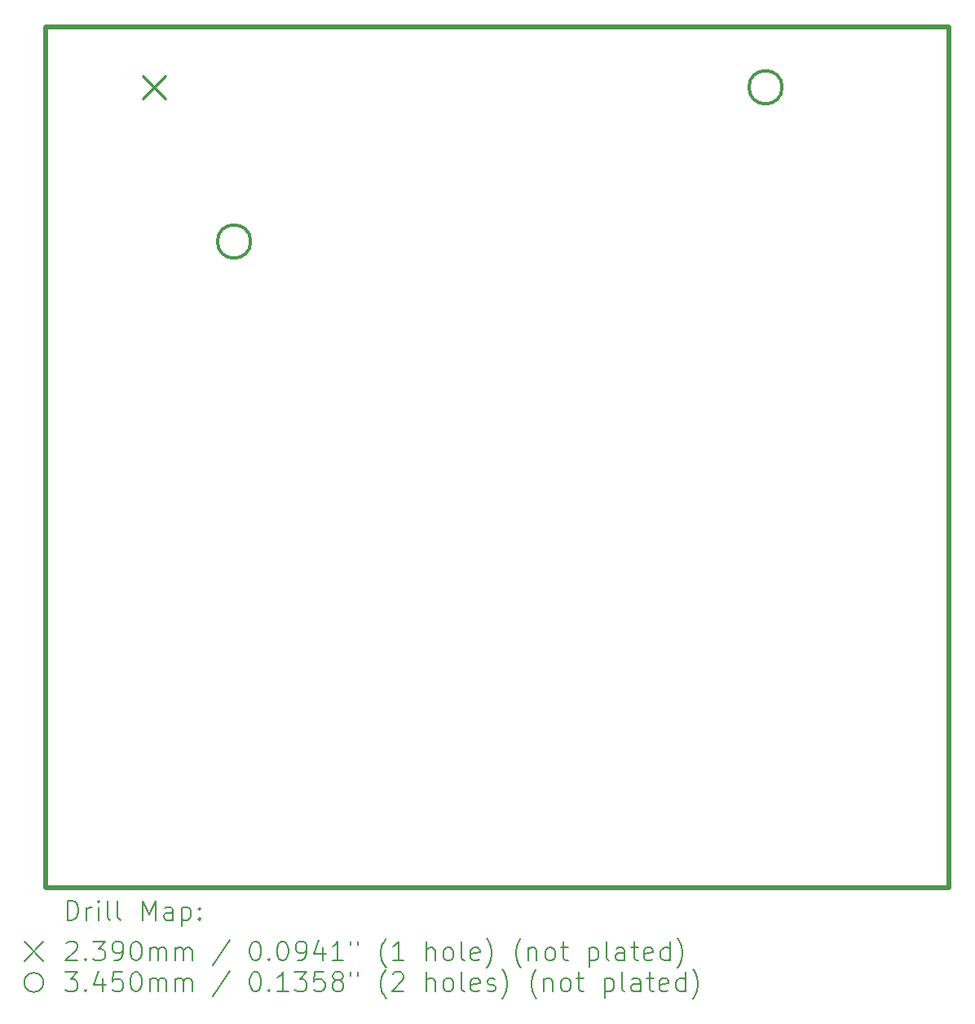
<source format=gbr>
%TF.GenerationSoftware,KiCad,Pcbnew,7.0.1*%
%TF.CreationDate,2023-05-16T20:26:10-05:00*%
%TF.ProjectId,SeneCurrent,53656e65-4375-4727-9265-6e742e6b6963,rev?*%
%TF.SameCoordinates,Original*%
%TF.FileFunction,Drillmap*%
%TF.FilePolarity,Positive*%
%FSLAX45Y45*%
G04 Gerber Fmt 4.5, Leading zero omitted, Abs format (unit mm)*
G04 Created by KiCad (PCBNEW 7.0.1) date 2023-05-16 20:26:10*
%MOMM*%
%LPD*%
G01*
G04 APERTURE LIST*
%ADD10C,0.500000*%
%ADD11C,0.200000*%
%ADD12C,0.239000*%
%ADD13C,0.345000*%
G04 APERTURE END LIST*
D10*
X5191760Y-4033520D02*
X14574520Y-4033520D01*
X14574520Y-12964160D01*
X5191760Y-12964160D01*
X5191760Y-4033520D01*
D11*
D12*
X6193500Y-4541500D02*
X6432500Y-4780500D01*
X6432500Y-4541500D02*
X6193500Y-4780500D01*
D13*
X7318500Y-6261000D02*
G75*
G03*
X7318500Y-6261000I-172500J0D01*
G01*
X12838500Y-4661000D02*
G75*
G03*
X12838500Y-4661000I-172500J0D01*
G01*
D11*
X5414379Y-13301684D02*
X5414379Y-13101684D01*
X5414379Y-13101684D02*
X5461998Y-13101684D01*
X5461998Y-13101684D02*
X5490570Y-13111208D01*
X5490570Y-13111208D02*
X5509617Y-13130255D01*
X5509617Y-13130255D02*
X5519141Y-13149303D01*
X5519141Y-13149303D02*
X5528665Y-13187398D01*
X5528665Y-13187398D02*
X5528665Y-13215969D01*
X5528665Y-13215969D02*
X5519141Y-13254065D01*
X5519141Y-13254065D02*
X5509617Y-13273112D01*
X5509617Y-13273112D02*
X5490570Y-13292160D01*
X5490570Y-13292160D02*
X5461998Y-13301684D01*
X5461998Y-13301684D02*
X5414379Y-13301684D01*
X5614379Y-13301684D02*
X5614379Y-13168350D01*
X5614379Y-13206446D02*
X5623903Y-13187398D01*
X5623903Y-13187398D02*
X5633427Y-13177874D01*
X5633427Y-13177874D02*
X5652474Y-13168350D01*
X5652474Y-13168350D02*
X5671522Y-13168350D01*
X5738188Y-13301684D02*
X5738188Y-13168350D01*
X5738188Y-13101684D02*
X5728665Y-13111208D01*
X5728665Y-13111208D02*
X5738188Y-13120731D01*
X5738188Y-13120731D02*
X5747712Y-13111208D01*
X5747712Y-13111208D02*
X5738188Y-13101684D01*
X5738188Y-13101684D02*
X5738188Y-13120731D01*
X5861998Y-13301684D02*
X5842950Y-13292160D01*
X5842950Y-13292160D02*
X5833427Y-13273112D01*
X5833427Y-13273112D02*
X5833427Y-13101684D01*
X5966760Y-13301684D02*
X5947712Y-13292160D01*
X5947712Y-13292160D02*
X5938188Y-13273112D01*
X5938188Y-13273112D02*
X5938188Y-13101684D01*
X6195331Y-13301684D02*
X6195331Y-13101684D01*
X6195331Y-13101684D02*
X6261998Y-13244541D01*
X6261998Y-13244541D02*
X6328665Y-13101684D01*
X6328665Y-13101684D02*
X6328665Y-13301684D01*
X6509617Y-13301684D02*
X6509617Y-13196922D01*
X6509617Y-13196922D02*
X6500093Y-13177874D01*
X6500093Y-13177874D02*
X6481046Y-13168350D01*
X6481046Y-13168350D02*
X6442950Y-13168350D01*
X6442950Y-13168350D02*
X6423903Y-13177874D01*
X6509617Y-13292160D02*
X6490569Y-13301684D01*
X6490569Y-13301684D02*
X6442950Y-13301684D01*
X6442950Y-13301684D02*
X6423903Y-13292160D01*
X6423903Y-13292160D02*
X6414379Y-13273112D01*
X6414379Y-13273112D02*
X6414379Y-13254065D01*
X6414379Y-13254065D02*
X6423903Y-13235017D01*
X6423903Y-13235017D02*
X6442950Y-13225493D01*
X6442950Y-13225493D02*
X6490569Y-13225493D01*
X6490569Y-13225493D02*
X6509617Y-13215969D01*
X6604855Y-13168350D02*
X6604855Y-13368350D01*
X6604855Y-13177874D02*
X6623903Y-13168350D01*
X6623903Y-13168350D02*
X6661998Y-13168350D01*
X6661998Y-13168350D02*
X6681046Y-13177874D01*
X6681046Y-13177874D02*
X6690569Y-13187398D01*
X6690569Y-13187398D02*
X6700093Y-13206446D01*
X6700093Y-13206446D02*
X6700093Y-13263588D01*
X6700093Y-13263588D02*
X6690569Y-13282636D01*
X6690569Y-13282636D02*
X6681046Y-13292160D01*
X6681046Y-13292160D02*
X6661998Y-13301684D01*
X6661998Y-13301684D02*
X6623903Y-13301684D01*
X6623903Y-13301684D02*
X6604855Y-13292160D01*
X6785808Y-13282636D02*
X6795331Y-13292160D01*
X6795331Y-13292160D02*
X6785808Y-13301684D01*
X6785808Y-13301684D02*
X6776284Y-13292160D01*
X6776284Y-13292160D02*
X6785808Y-13282636D01*
X6785808Y-13282636D02*
X6785808Y-13301684D01*
X6785808Y-13177874D02*
X6795331Y-13187398D01*
X6795331Y-13187398D02*
X6785808Y-13196922D01*
X6785808Y-13196922D02*
X6776284Y-13187398D01*
X6776284Y-13187398D02*
X6785808Y-13177874D01*
X6785808Y-13177874D02*
X6785808Y-13196922D01*
X4966760Y-13529160D02*
X5166760Y-13729160D01*
X5166760Y-13529160D02*
X4966760Y-13729160D01*
X5404855Y-13540731D02*
X5414379Y-13531208D01*
X5414379Y-13531208D02*
X5433427Y-13521684D01*
X5433427Y-13521684D02*
X5481046Y-13521684D01*
X5481046Y-13521684D02*
X5500093Y-13531208D01*
X5500093Y-13531208D02*
X5509617Y-13540731D01*
X5509617Y-13540731D02*
X5519141Y-13559779D01*
X5519141Y-13559779D02*
X5519141Y-13578827D01*
X5519141Y-13578827D02*
X5509617Y-13607398D01*
X5509617Y-13607398D02*
X5395331Y-13721684D01*
X5395331Y-13721684D02*
X5519141Y-13721684D01*
X5604855Y-13702636D02*
X5614379Y-13712160D01*
X5614379Y-13712160D02*
X5604855Y-13721684D01*
X5604855Y-13721684D02*
X5595331Y-13712160D01*
X5595331Y-13712160D02*
X5604855Y-13702636D01*
X5604855Y-13702636D02*
X5604855Y-13721684D01*
X5681046Y-13521684D02*
X5804855Y-13521684D01*
X5804855Y-13521684D02*
X5738188Y-13597874D01*
X5738188Y-13597874D02*
X5766760Y-13597874D01*
X5766760Y-13597874D02*
X5785808Y-13607398D01*
X5785808Y-13607398D02*
X5795331Y-13616922D01*
X5795331Y-13616922D02*
X5804855Y-13635969D01*
X5804855Y-13635969D02*
X5804855Y-13683588D01*
X5804855Y-13683588D02*
X5795331Y-13702636D01*
X5795331Y-13702636D02*
X5785808Y-13712160D01*
X5785808Y-13712160D02*
X5766760Y-13721684D01*
X5766760Y-13721684D02*
X5709617Y-13721684D01*
X5709617Y-13721684D02*
X5690569Y-13712160D01*
X5690569Y-13712160D02*
X5681046Y-13702636D01*
X5900093Y-13721684D02*
X5938188Y-13721684D01*
X5938188Y-13721684D02*
X5957236Y-13712160D01*
X5957236Y-13712160D02*
X5966760Y-13702636D01*
X5966760Y-13702636D02*
X5985808Y-13674065D01*
X5985808Y-13674065D02*
X5995331Y-13635969D01*
X5995331Y-13635969D02*
X5995331Y-13559779D01*
X5995331Y-13559779D02*
X5985808Y-13540731D01*
X5985808Y-13540731D02*
X5976284Y-13531208D01*
X5976284Y-13531208D02*
X5957236Y-13521684D01*
X5957236Y-13521684D02*
X5919141Y-13521684D01*
X5919141Y-13521684D02*
X5900093Y-13531208D01*
X5900093Y-13531208D02*
X5890569Y-13540731D01*
X5890569Y-13540731D02*
X5881046Y-13559779D01*
X5881046Y-13559779D02*
X5881046Y-13607398D01*
X5881046Y-13607398D02*
X5890569Y-13626446D01*
X5890569Y-13626446D02*
X5900093Y-13635969D01*
X5900093Y-13635969D02*
X5919141Y-13645493D01*
X5919141Y-13645493D02*
X5957236Y-13645493D01*
X5957236Y-13645493D02*
X5976284Y-13635969D01*
X5976284Y-13635969D02*
X5985808Y-13626446D01*
X5985808Y-13626446D02*
X5995331Y-13607398D01*
X6119141Y-13521684D02*
X6138189Y-13521684D01*
X6138189Y-13521684D02*
X6157236Y-13531208D01*
X6157236Y-13531208D02*
X6166760Y-13540731D01*
X6166760Y-13540731D02*
X6176284Y-13559779D01*
X6176284Y-13559779D02*
X6185808Y-13597874D01*
X6185808Y-13597874D02*
X6185808Y-13645493D01*
X6185808Y-13645493D02*
X6176284Y-13683588D01*
X6176284Y-13683588D02*
X6166760Y-13702636D01*
X6166760Y-13702636D02*
X6157236Y-13712160D01*
X6157236Y-13712160D02*
X6138189Y-13721684D01*
X6138189Y-13721684D02*
X6119141Y-13721684D01*
X6119141Y-13721684D02*
X6100093Y-13712160D01*
X6100093Y-13712160D02*
X6090569Y-13702636D01*
X6090569Y-13702636D02*
X6081046Y-13683588D01*
X6081046Y-13683588D02*
X6071522Y-13645493D01*
X6071522Y-13645493D02*
X6071522Y-13597874D01*
X6071522Y-13597874D02*
X6081046Y-13559779D01*
X6081046Y-13559779D02*
X6090569Y-13540731D01*
X6090569Y-13540731D02*
X6100093Y-13531208D01*
X6100093Y-13531208D02*
X6119141Y-13521684D01*
X6271522Y-13721684D02*
X6271522Y-13588350D01*
X6271522Y-13607398D02*
X6281046Y-13597874D01*
X6281046Y-13597874D02*
X6300093Y-13588350D01*
X6300093Y-13588350D02*
X6328665Y-13588350D01*
X6328665Y-13588350D02*
X6347712Y-13597874D01*
X6347712Y-13597874D02*
X6357236Y-13616922D01*
X6357236Y-13616922D02*
X6357236Y-13721684D01*
X6357236Y-13616922D02*
X6366760Y-13597874D01*
X6366760Y-13597874D02*
X6385808Y-13588350D01*
X6385808Y-13588350D02*
X6414379Y-13588350D01*
X6414379Y-13588350D02*
X6433427Y-13597874D01*
X6433427Y-13597874D02*
X6442950Y-13616922D01*
X6442950Y-13616922D02*
X6442950Y-13721684D01*
X6538189Y-13721684D02*
X6538189Y-13588350D01*
X6538189Y-13607398D02*
X6547712Y-13597874D01*
X6547712Y-13597874D02*
X6566760Y-13588350D01*
X6566760Y-13588350D02*
X6595331Y-13588350D01*
X6595331Y-13588350D02*
X6614379Y-13597874D01*
X6614379Y-13597874D02*
X6623903Y-13616922D01*
X6623903Y-13616922D02*
X6623903Y-13721684D01*
X6623903Y-13616922D02*
X6633427Y-13597874D01*
X6633427Y-13597874D02*
X6652474Y-13588350D01*
X6652474Y-13588350D02*
X6681046Y-13588350D01*
X6681046Y-13588350D02*
X6700093Y-13597874D01*
X6700093Y-13597874D02*
X6709617Y-13616922D01*
X6709617Y-13616922D02*
X6709617Y-13721684D01*
X7100093Y-13512160D02*
X6928665Y-13769303D01*
X7357236Y-13521684D02*
X7376284Y-13521684D01*
X7376284Y-13521684D02*
X7395332Y-13531208D01*
X7395332Y-13531208D02*
X7404855Y-13540731D01*
X7404855Y-13540731D02*
X7414379Y-13559779D01*
X7414379Y-13559779D02*
X7423903Y-13597874D01*
X7423903Y-13597874D02*
X7423903Y-13645493D01*
X7423903Y-13645493D02*
X7414379Y-13683588D01*
X7414379Y-13683588D02*
X7404855Y-13702636D01*
X7404855Y-13702636D02*
X7395332Y-13712160D01*
X7395332Y-13712160D02*
X7376284Y-13721684D01*
X7376284Y-13721684D02*
X7357236Y-13721684D01*
X7357236Y-13721684D02*
X7338189Y-13712160D01*
X7338189Y-13712160D02*
X7328665Y-13702636D01*
X7328665Y-13702636D02*
X7319141Y-13683588D01*
X7319141Y-13683588D02*
X7309617Y-13645493D01*
X7309617Y-13645493D02*
X7309617Y-13597874D01*
X7309617Y-13597874D02*
X7319141Y-13559779D01*
X7319141Y-13559779D02*
X7328665Y-13540731D01*
X7328665Y-13540731D02*
X7338189Y-13531208D01*
X7338189Y-13531208D02*
X7357236Y-13521684D01*
X7509617Y-13702636D02*
X7519141Y-13712160D01*
X7519141Y-13712160D02*
X7509617Y-13721684D01*
X7509617Y-13721684D02*
X7500093Y-13712160D01*
X7500093Y-13712160D02*
X7509617Y-13702636D01*
X7509617Y-13702636D02*
X7509617Y-13721684D01*
X7642951Y-13521684D02*
X7661998Y-13521684D01*
X7661998Y-13521684D02*
X7681046Y-13531208D01*
X7681046Y-13531208D02*
X7690570Y-13540731D01*
X7690570Y-13540731D02*
X7700093Y-13559779D01*
X7700093Y-13559779D02*
X7709617Y-13597874D01*
X7709617Y-13597874D02*
X7709617Y-13645493D01*
X7709617Y-13645493D02*
X7700093Y-13683588D01*
X7700093Y-13683588D02*
X7690570Y-13702636D01*
X7690570Y-13702636D02*
X7681046Y-13712160D01*
X7681046Y-13712160D02*
X7661998Y-13721684D01*
X7661998Y-13721684D02*
X7642951Y-13721684D01*
X7642951Y-13721684D02*
X7623903Y-13712160D01*
X7623903Y-13712160D02*
X7614379Y-13702636D01*
X7614379Y-13702636D02*
X7604855Y-13683588D01*
X7604855Y-13683588D02*
X7595332Y-13645493D01*
X7595332Y-13645493D02*
X7595332Y-13597874D01*
X7595332Y-13597874D02*
X7604855Y-13559779D01*
X7604855Y-13559779D02*
X7614379Y-13540731D01*
X7614379Y-13540731D02*
X7623903Y-13531208D01*
X7623903Y-13531208D02*
X7642951Y-13521684D01*
X7804855Y-13721684D02*
X7842951Y-13721684D01*
X7842951Y-13721684D02*
X7861998Y-13712160D01*
X7861998Y-13712160D02*
X7871522Y-13702636D01*
X7871522Y-13702636D02*
X7890570Y-13674065D01*
X7890570Y-13674065D02*
X7900093Y-13635969D01*
X7900093Y-13635969D02*
X7900093Y-13559779D01*
X7900093Y-13559779D02*
X7890570Y-13540731D01*
X7890570Y-13540731D02*
X7881046Y-13531208D01*
X7881046Y-13531208D02*
X7861998Y-13521684D01*
X7861998Y-13521684D02*
X7823903Y-13521684D01*
X7823903Y-13521684D02*
X7804855Y-13531208D01*
X7804855Y-13531208D02*
X7795332Y-13540731D01*
X7795332Y-13540731D02*
X7785808Y-13559779D01*
X7785808Y-13559779D02*
X7785808Y-13607398D01*
X7785808Y-13607398D02*
X7795332Y-13626446D01*
X7795332Y-13626446D02*
X7804855Y-13635969D01*
X7804855Y-13635969D02*
X7823903Y-13645493D01*
X7823903Y-13645493D02*
X7861998Y-13645493D01*
X7861998Y-13645493D02*
X7881046Y-13635969D01*
X7881046Y-13635969D02*
X7890570Y-13626446D01*
X7890570Y-13626446D02*
X7900093Y-13607398D01*
X8071522Y-13588350D02*
X8071522Y-13721684D01*
X8023903Y-13512160D02*
X7976284Y-13655017D01*
X7976284Y-13655017D02*
X8100093Y-13655017D01*
X8281046Y-13721684D02*
X8166760Y-13721684D01*
X8223903Y-13721684D02*
X8223903Y-13521684D01*
X8223903Y-13521684D02*
X8204855Y-13550255D01*
X8204855Y-13550255D02*
X8185808Y-13569303D01*
X8185808Y-13569303D02*
X8166760Y-13578827D01*
X8357236Y-13521684D02*
X8357236Y-13559779D01*
X8433427Y-13521684D02*
X8433427Y-13559779D01*
X8728665Y-13797874D02*
X8719141Y-13788350D01*
X8719141Y-13788350D02*
X8700094Y-13759779D01*
X8700094Y-13759779D02*
X8690570Y-13740731D01*
X8690570Y-13740731D02*
X8681046Y-13712160D01*
X8681046Y-13712160D02*
X8671522Y-13664541D01*
X8671522Y-13664541D02*
X8671522Y-13626446D01*
X8671522Y-13626446D02*
X8681046Y-13578827D01*
X8681046Y-13578827D02*
X8690570Y-13550255D01*
X8690570Y-13550255D02*
X8700094Y-13531208D01*
X8700094Y-13531208D02*
X8719141Y-13502636D01*
X8719141Y-13502636D02*
X8728665Y-13493112D01*
X8909617Y-13721684D02*
X8795332Y-13721684D01*
X8852475Y-13721684D02*
X8852475Y-13521684D01*
X8852475Y-13521684D02*
X8833427Y-13550255D01*
X8833427Y-13550255D02*
X8814379Y-13569303D01*
X8814379Y-13569303D02*
X8795332Y-13578827D01*
X9147713Y-13721684D02*
X9147713Y-13521684D01*
X9233427Y-13721684D02*
X9233427Y-13616922D01*
X9233427Y-13616922D02*
X9223903Y-13597874D01*
X9223903Y-13597874D02*
X9204856Y-13588350D01*
X9204856Y-13588350D02*
X9176284Y-13588350D01*
X9176284Y-13588350D02*
X9157237Y-13597874D01*
X9157237Y-13597874D02*
X9147713Y-13607398D01*
X9357237Y-13721684D02*
X9338189Y-13712160D01*
X9338189Y-13712160D02*
X9328665Y-13702636D01*
X9328665Y-13702636D02*
X9319141Y-13683588D01*
X9319141Y-13683588D02*
X9319141Y-13626446D01*
X9319141Y-13626446D02*
X9328665Y-13607398D01*
X9328665Y-13607398D02*
X9338189Y-13597874D01*
X9338189Y-13597874D02*
X9357237Y-13588350D01*
X9357237Y-13588350D02*
X9385808Y-13588350D01*
X9385808Y-13588350D02*
X9404856Y-13597874D01*
X9404856Y-13597874D02*
X9414379Y-13607398D01*
X9414379Y-13607398D02*
X9423903Y-13626446D01*
X9423903Y-13626446D02*
X9423903Y-13683588D01*
X9423903Y-13683588D02*
X9414379Y-13702636D01*
X9414379Y-13702636D02*
X9404856Y-13712160D01*
X9404856Y-13712160D02*
X9385808Y-13721684D01*
X9385808Y-13721684D02*
X9357237Y-13721684D01*
X9538189Y-13721684D02*
X9519141Y-13712160D01*
X9519141Y-13712160D02*
X9509618Y-13693112D01*
X9509618Y-13693112D02*
X9509618Y-13521684D01*
X9690570Y-13712160D02*
X9671522Y-13721684D01*
X9671522Y-13721684D02*
X9633427Y-13721684D01*
X9633427Y-13721684D02*
X9614379Y-13712160D01*
X9614379Y-13712160D02*
X9604856Y-13693112D01*
X9604856Y-13693112D02*
X9604856Y-13616922D01*
X9604856Y-13616922D02*
X9614379Y-13597874D01*
X9614379Y-13597874D02*
X9633427Y-13588350D01*
X9633427Y-13588350D02*
X9671522Y-13588350D01*
X9671522Y-13588350D02*
X9690570Y-13597874D01*
X9690570Y-13597874D02*
X9700094Y-13616922D01*
X9700094Y-13616922D02*
X9700094Y-13635969D01*
X9700094Y-13635969D02*
X9604856Y-13655017D01*
X9766760Y-13797874D02*
X9776284Y-13788350D01*
X9776284Y-13788350D02*
X9795332Y-13759779D01*
X9795332Y-13759779D02*
X9804856Y-13740731D01*
X9804856Y-13740731D02*
X9814379Y-13712160D01*
X9814379Y-13712160D02*
X9823903Y-13664541D01*
X9823903Y-13664541D02*
X9823903Y-13626446D01*
X9823903Y-13626446D02*
X9814379Y-13578827D01*
X9814379Y-13578827D02*
X9804856Y-13550255D01*
X9804856Y-13550255D02*
X9795332Y-13531208D01*
X9795332Y-13531208D02*
X9776284Y-13502636D01*
X9776284Y-13502636D02*
X9766760Y-13493112D01*
X10128665Y-13797874D02*
X10119141Y-13788350D01*
X10119141Y-13788350D02*
X10100094Y-13759779D01*
X10100094Y-13759779D02*
X10090570Y-13740731D01*
X10090570Y-13740731D02*
X10081046Y-13712160D01*
X10081046Y-13712160D02*
X10071522Y-13664541D01*
X10071522Y-13664541D02*
X10071522Y-13626446D01*
X10071522Y-13626446D02*
X10081046Y-13578827D01*
X10081046Y-13578827D02*
X10090570Y-13550255D01*
X10090570Y-13550255D02*
X10100094Y-13531208D01*
X10100094Y-13531208D02*
X10119141Y-13502636D01*
X10119141Y-13502636D02*
X10128665Y-13493112D01*
X10204856Y-13588350D02*
X10204856Y-13721684D01*
X10204856Y-13607398D02*
X10214379Y-13597874D01*
X10214379Y-13597874D02*
X10233427Y-13588350D01*
X10233427Y-13588350D02*
X10261999Y-13588350D01*
X10261999Y-13588350D02*
X10281046Y-13597874D01*
X10281046Y-13597874D02*
X10290570Y-13616922D01*
X10290570Y-13616922D02*
X10290570Y-13721684D01*
X10414379Y-13721684D02*
X10395332Y-13712160D01*
X10395332Y-13712160D02*
X10385808Y-13702636D01*
X10385808Y-13702636D02*
X10376284Y-13683588D01*
X10376284Y-13683588D02*
X10376284Y-13626446D01*
X10376284Y-13626446D02*
X10385808Y-13607398D01*
X10385808Y-13607398D02*
X10395332Y-13597874D01*
X10395332Y-13597874D02*
X10414379Y-13588350D01*
X10414379Y-13588350D02*
X10442951Y-13588350D01*
X10442951Y-13588350D02*
X10461999Y-13597874D01*
X10461999Y-13597874D02*
X10471522Y-13607398D01*
X10471522Y-13607398D02*
X10481046Y-13626446D01*
X10481046Y-13626446D02*
X10481046Y-13683588D01*
X10481046Y-13683588D02*
X10471522Y-13702636D01*
X10471522Y-13702636D02*
X10461999Y-13712160D01*
X10461999Y-13712160D02*
X10442951Y-13721684D01*
X10442951Y-13721684D02*
X10414379Y-13721684D01*
X10538189Y-13588350D02*
X10614379Y-13588350D01*
X10566760Y-13521684D02*
X10566760Y-13693112D01*
X10566760Y-13693112D02*
X10576284Y-13712160D01*
X10576284Y-13712160D02*
X10595332Y-13721684D01*
X10595332Y-13721684D02*
X10614379Y-13721684D01*
X10833427Y-13588350D02*
X10833427Y-13788350D01*
X10833427Y-13597874D02*
X10852475Y-13588350D01*
X10852475Y-13588350D02*
X10890570Y-13588350D01*
X10890570Y-13588350D02*
X10909618Y-13597874D01*
X10909618Y-13597874D02*
X10919141Y-13607398D01*
X10919141Y-13607398D02*
X10928665Y-13626446D01*
X10928665Y-13626446D02*
X10928665Y-13683588D01*
X10928665Y-13683588D02*
X10919141Y-13702636D01*
X10919141Y-13702636D02*
X10909618Y-13712160D01*
X10909618Y-13712160D02*
X10890570Y-13721684D01*
X10890570Y-13721684D02*
X10852475Y-13721684D01*
X10852475Y-13721684D02*
X10833427Y-13712160D01*
X11042951Y-13721684D02*
X11023903Y-13712160D01*
X11023903Y-13712160D02*
X11014380Y-13693112D01*
X11014380Y-13693112D02*
X11014380Y-13521684D01*
X11204856Y-13721684D02*
X11204856Y-13616922D01*
X11204856Y-13616922D02*
X11195332Y-13597874D01*
X11195332Y-13597874D02*
X11176284Y-13588350D01*
X11176284Y-13588350D02*
X11138189Y-13588350D01*
X11138189Y-13588350D02*
X11119141Y-13597874D01*
X11204856Y-13712160D02*
X11185808Y-13721684D01*
X11185808Y-13721684D02*
X11138189Y-13721684D01*
X11138189Y-13721684D02*
X11119141Y-13712160D01*
X11119141Y-13712160D02*
X11109618Y-13693112D01*
X11109618Y-13693112D02*
X11109618Y-13674065D01*
X11109618Y-13674065D02*
X11119141Y-13655017D01*
X11119141Y-13655017D02*
X11138189Y-13645493D01*
X11138189Y-13645493D02*
X11185808Y-13645493D01*
X11185808Y-13645493D02*
X11204856Y-13635969D01*
X11271522Y-13588350D02*
X11347713Y-13588350D01*
X11300094Y-13521684D02*
X11300094Y-13693112D01*
X11300094Y-13693112D02*
X11309618Y-13712160D01*
X11309618Y-13712160D02*
X11328665Y-13721684D01*
X11328665Y-13721684D02*
X11347713Y-13721684D01*
X11490570Y-13712160D02*
X11471522Y-13721684D01*
X11471522Y-13721684D02*
X11433427Y-13721684D01*
X11433427Y-13721684D02*
X11414379Y-13712160D01*
X11414379Y-13712160D02*
X11404856Y-13693112D01*
X11404856Y-13693112D02*
X11404856Y-13616922D01*
X11404856Y-13616922D02*
X11414379Y-13597874D01*
X11414379Y-13597874D02*
X11433427Y-13588350D01*
X11433427Y-13588350D02*
X11471522Y-13588350D01*
X11471522Y-13588350D02*
X11490570Y-13597874D01*
X11490570Y-13597874D02*
X11500094Y-13616922D01*
X11500094Y-13616922D02*
X11500094Y-13635969D01*
X11500094Y-13635969D02*
X11404856Y-13655017D01*
X11671522Y-13721684D02*
X11671522Y-13521684D01*
X11671522Y-13712160D02*
X11652475Y-13721684D01*
X11652475Y-13721684D02*
X11614379Y-13721684D01*
X11614379Y-13721684D02*
X11595332Y-13712160D01*
X11595332Y-13712160D02*
X11585808Y-13702636D01*
X11585808Y-13702636D02*
X11576284Y-13683588D01*
X11576284Y-13683588D02*
X11576284Y-13626446D01*
X11576284Y-13626446D02*
X11585808Y-13607398D01*
X11585808Y-13607398D02*
X11595332Y-13597874D01*
X11595332Y-13597874D02*
X11614379Y-13588350D01*
X11614379Y-13588350D02*
X11652475Y-13588350D01*
X11652475Y-13588350D02*
X11671522Y-13597874D01*
X11747713Y-13797874D02*
X11757237Y-13788350D01*
X11757237Y-13788350D02*
X11776284Y-13759779D01*
X11776284Y-13759779D02*
X11785808Y-13740731D01*
X11785808Y-13740731D02*
X11795332Y-13712160D01*
X11795332Y-13712160D02*
X11804856Y-13664541D01*
X11804856Y-13664541D02*
X11804856Y-13626446D01*
X11804856Y-13626446D02*
X11795332Y-13578827D01*
X11795332Y-13578827D02*
X11785808Y-13550255D01*
X11785808Y-13550255D02*
X11776284Y-13531208D01*
X11776284Y-13531208D02*
X11757237Y-13502636D01*
X11757237Y-13502636D02*
X11747713Y-13493112D01*
X5166760Y-13949160D02*
G75*
G03*
X5166760Y-13949160I-100000J0D01*
G01*
X5395331Y-13841684D02*
X5519141Y-13841684D01*
X5519141Y-13841684D02*
X5452474Y-13917874D01*
X5452474Y-13917874D02*
X5481046Y-13917874D01*
X5481046Y-13917874D02*
X5500093Y-13927398D01*
X5500093Y-13927398D02*
X5509617Y-13936922D01*
X5509617Y-13936922D02*
X5519141Y-13955969D01*
X5519141Y-13955969D02*
X5519141Y-14003588D01*
X5519141Y-14003588D02*
X5509617Y-14022636D01*
X5509617Y-14022636D02*
X5500093Y-14032160D01*
X5500093Y-14032160D02*
X5481046Y-14041684D01*
X5481046Y-14041684D02*
X5423903Y-14041684D01*
X5423903Y-14041684D02*
X5404855Y-14032160D01*
X5404855Y-14032160D02*
X5395331Y-14022636D01*
X5604855Y-14022636D02*
X5614379Y-14032160D01*
X5614379Y-14032160D02*
X5604855Y-14041684D01*
X5604855Y-14041684D02*
X5595331Y-14032160D01*
X5595331Y-14032160D02*
X5604855Y-14022636D01*
X5604855Y-14022636D02*
X5604855Y-14041684D01*
X5785808Y-13908350D02*
X5785808Y-14041684D01*
X5738188Y-13832160D02*
X5690569Y-13975017D01*
X5690569Y-13975017D02*
X5814379Y-13975017D01*
X5985808Y-13841684D02*
X5890569Y-13841684D01*
X5890569Y-13841684D02*
X5881046Y-13936922D01*
X5881046Y-13936922D02*
X5890569Y-13927398D01*
X5890569Y-13927398D02*
X5909617Y-13917874D01*
X5909617Y-13917874D02*
X5957236Y-13917874D01*
X5957236Y-13917874D02*
X5976284Y-13927398D01*
X5976284Y-13927398D02*
X5985808Y-13936922D01*
X5985808Y-13936922D02*
X5995331Y-13955969D01*
X5995331Y-13955969D02*
X5995331Y-14003588D01*
X5995331Y-14003588D02*
X5985808Y-14022636D01*
X5985808Y-14022636D02*
X5976284Y-14032160D01*
X5976284Y-14032160D02*
X5957236Y-14041684D01*
X5957236Y-14041684D02*
X5909617Y-14041684D01*
X5909617Y-14041684D02*
X5890569Y-14032160D01*
X5890569Y-14032160D02*
X5881046Y-14022636D01*
X6119141Y-13841684D02*
X6138189Y-13841684D01*
X6138189Y-13841684D02*
X6157236Y-13851208D01*
X6157236Y-13851208D02*
X6166760Y-13860731D01*
X6166760Y-13860731D02*
X6176284Y-13879779D01*
X6176284Y-13879779D02*
X6185808Y-13917874D01*
X6185808Y-13917874D02*
X6185808Y-13965493D01*
X6185808Y-13965493D02*
X6176284Y-14003588D01*
X6176284Y-14003588D02*
X6166760Y-14022636D01*
X6166760Y-14022636D02*
X6157236Y-14032160D01*
X6157236Y-14032160D02*
X6138189Y-14041684D01*
X6138189Y-14041684D02*
X6119141Y-14041684D01*
X6119141Y-14041684D02*
X6100093Y-14032160D01*
X6100093Y-14032160D02*
X6090569Y-14022636D01*
X6090569Y-14022636D02*
X6081046Y-14003588D01*
X6081046Y-14003588D02*
X6071522Y-13965493D01*
X6071522Y-13965493D02*
X6071522Y-13917874D01*
X6071522Y-13917874D02*
X6081046Y-13879779D01*
X6081046Y-13879779D02*
X6090569Y-13860731D01*
X6090569Y-13860731D02*
X6100093Y-13851208D01*
X6100093Y-13851208D02*
X6119141Y-13841684D01*
X6271522Y-14041684D02*
X6271522Y-13908350D01*
X6271522Y-13927398D02*
X6281046Y-13917874D01*
X6281046Y-13917874D02*
X6300093Y-13908350D01*
X6300093Y-13908350D02*
X6328665Y-13908350D01*
X6328665Y-13908350D02*
X6347712Y-13917874D01*
X6347712Y-13917874D02*
X6357236Y-13936922D01*
X6357236Y-13936922D02*
X6357236Y-14041684D01*
X6357236Y-13936922D02*
X6366760Y-13917874D01*
X6366760Y-13917874D02*
X6385808Y-13908350D01*
X6385808Y-13908350D02*
X6414379Y-13908350D01*
X6414379Y-13908350D02*
X6433427Y-13917874D01*
X6433427Y-13917874D02*
X6442950Y-13936922D01*
X6442950Y-13936922D02*
X6442950Y-14041684D01*
X6538189Y-14041684D02*
X6538189Y-13908350D01*
X6538189Y-13927398D02*
X6547712Y-13917874D01*
X6547712Y-13917874D02*
X6566760Y-13908350D01*
X6566760Y-13908350D02*
X6595331Y-13908350D01*
X6595331Y-13908350D02*
X6614379Y-13917874D01*
X6614379Y-13917874D02*
X6623903Y-13936922D01*
X6623903Y-13936922D02*
X6623903Y-14041684D01*
X6623903Y-13936922D02*
X6633427Y-13917874D01*
X6633427Y-13917874D02*
X6652474Y-13908350D01*
X6652474Y-13908350D02*
X6681046Y-13908350D01*
X6681046Y-13908350D02*
X6700093Y-13917874D01*
X6700093Y-13917874D02*
X6709617Y-13936922D01*
X6709617Y-13936922D02*
X6709617Y-14041684D01*
X7100093Y-13832160D02*
X6928665Y-14089303D01*
X7357236Y-13841684D02*
X7376284Y-13841684D01*
X7376284Y-13841684D02*
X7395332Y-13851208D01*
X7395332Y-13851208D02*
X7404855Y-13860731D01*
X7404855Y-13860731D02*
X7414379Y-13879779D01*
X7414379Y-13879779D02*
X7423903Y-13917874D01*
X7423903Y-13917874D02*
X7423903Y-13965493D01*
X7423903Y-13965493D02*
X7414379Y-14003588D01*
X7414379Y-14003588D02*
X7404855Y-14022636D01*
X7404855Y-14022636D02*
X7395332Y-14032160D01*
X7395332Y-14032160D02*
X7376284Y-14041684D01*
X7376284Y-14041684D02*
X7357236Y-14041684D01*
X7357236Y-14041684D02*
X7338189Y-14032160D01*
X7338189Y-14032160D02*
X7328665Y-14022636D01*
X7328665Y-14022636D02*
X7319141Y-14003588D01*
X7319141Y-14003588D02*
X7309617Y-13965493D01*
X7309617Y-13965493D02*
X7309617Y-13917874D01*
X7309617Y-13917874D02*
X7319141Y-13879779D01*
X7319141Y-13879779D02*
X7328665Y-13860731D01*
X7328665Y-13860731D02*
X7338189Y-13851208D01*
X7338189Y-13851208D02*
X7357236Y-13841684D01*
X7509617Y-14022636D02*
X7519141Y-14032160D01*
X7519141Y-14032160D02*
X7509617Y-14041684D01*
X7509617Y-14041684D02*
X7500093Y-14032160D01*
X7500093Y-14032160D02*
X7509617Y-14022636D01*
X7509617Y-14022636D02*
X7509617Y-14041684D01*
X7709617Y-14041684D02*
X7595332Y-14041684D01*
X7652474Y-14041684D02*
X7652474Y-13841684D01*
X7652474Y-13841684D02*
X7633427Y-13870255D01*
X7633427Y-13870255D02*
X7614379Y-13889303D01*
X7614379Y-13889303D02*
X7595332Y-13898827D01*
X7776284Y-13841684D02*
X7900093Y-13841684D01*
X7900093Y-13841684D02*
X7833427Y-13917874D01*
X7833427Y-13917874D02*
X7861998Y-13917874D01*
X7861998Y-13917874D02*
X7881046Y-13927398D01*
X7881046Y-13927398D02*
X7890570Y-13936922D01*
X7890570Y-13936922D02*
X7900093Y-13955969D01*
X7900093Y-13955969D02*
X7900093Y-14003588D01*
X7900093Y-14003588D02*
X7890570Y-14022636D01*
X7890570Y-14022636D02*
X7881046Y-14032160D01*
X7881046Y-14032160D02*
X7861998Y-14041684D01*
X7861998Y-14041684D02*
X7804855Y-14041684D01*
X7804855Y-14041684D02*
X7785808Y-14032160D01*
X7785808Y-14032160D02*
X7776284Y-14022636D01*
X8081046Y-13841684D02*
X7985808Y-13841684D01*
X7985808Y-13841684D02*
X7976284Y-13936922D01*
X7976284Y-13936922D02*
X7985808Y-13927398D01*
X7985808Y-13927398D02*
X8004855Y-13917874D01*
X8004855Y-13917874D02*
X8052474Y-13917874D01*
X8052474Y-13917874D02*
X8071522Y-13927398D01*
X8071522Y-13927398D02*
X8081046Y-13936922D01*
X8081046Y-13936922D02*
X8090570Y-13955969D01*
X8090570Y-13955969D02*
X8090570Y-14003588D01*
X8090570Y-14003588D02*
X8081046Y-14022636D01*
X8081046Y-14022636D02*
X8071522Y-14032160D01*
X8071522Y-14032160D02*
X8052474Y-14041684D01*
X8052474Y-14041684D02*
X8004855Y-14041684D01*
X8004855Y-14041684D02*
X7985808Y-14032160D01*
X7985808Y-14032160D02*
X7976284Y-14022636D01*
X8204855Y-13927398D02*
X8185808Y-13917874D01*
X8185808Y-13917874D02*
X8176284Y-13908350D01*
X8176284Y-13908350D02*
X8166760Y-13889303D01*
X8166760Y-13889303D02*
X8166760Y-13879779D01*
X8166760Y-13879779D02*
X8176284Y-13860731D01*
X8176284Y-13860731D02*
X8185808Y-13851208D01*
X8185808Y-13851208D02*
X8204855Y-13841684D01*
X8204855Y-13841684D02*
X8242951Y-13841684D01*
X8242951Y-13841684D02*
X8261998Y-13851208D01*
X8261998Y-13851208D02*
X8271522Y-13860731D01*
X8271522Y-13860731D02*
X8281046Y-13879779D01*
X8281046Y-13879779D02*
X8281046Y-13889303D01*
X8281046Y-13889303D02*
X8271522Y-13908350D01*
X8271522Y-13908350D02*
X8261998Y-13917874D01*
X8261998Y-13917874D02*
X8242951Y-13927398D01*
X8242951Y-13927398D02*
X8204855Y-13927398D01*
X8204855Y-13927398D02*
X8185808Y-13936922D01*
X8185808Y-13936922D02*
X8176284Y-13946446D01*
X8176284Y-13946446D02*
X8166760Y-13965493D01*
X8166760Y-13965493D02*
X8166760Y-14003588D01*
X8166760Y-14003588D02*
X8176284Y-14022636D01*
X8176284Y-14022636D02*
X8185808Y-14032160D01*
X8185808Y-14032160D02*
X8204855Y-14041684D01*
X8204855Y-14041684D02*
X8242951Y-14041684D01*
X8242951Y-14041684D02*
X8261998Y-14032160D01*
X8261998Y-14032160D02*
X8271522Y-14022636D01*
X8271522Y-14022636D02*
X8281046Y-14003588D01*
X8281046Y-14003588D02*
X8281046Y-13965493D01*
X8281046Y-13965493D02*
X8271522Y-13946446D01*
X8271522Y-13946446D02*
X8261998Y-13936922D01*
X8261998Y-13936922D02*
X8242951Y-13927398D01*
X8357236Y-13841684D02*
X8357236Y-13879779D01*
X8433427Y-13841684D02*
X8433427Y-13879779D01*
X8728665Y-14117874D02*
X8719141Y-14108350D01*
X8719141Y-14108350D02*
X8700094Y-14079779D01*
X8700094Y-14079779D02*
X8690570Y-14060731D01*
X8690570Y-14060731D02*
X8681046Y-14032160D01*
X8681046Y-14032160D02*
X8671522Y-13984541D01*
X8671522Y-13984541D02*
X8671522Y-13946446D01*
X8671522Y-13946446D02*
X8681046Y-13898827D01*
X8681046Y-13898827D02*
X8690570Y-13870255D01*
X8690570Y-13870255D02*
X8700094Y-13851208D01*
X8700094Y-13851208D02*
X8719141Y-13822636D01*
X8719141Y-13822636D02*
X8728665Y-13813112D01*
X8795332Y-13860731D02*
X8804856Y-13851208D01*
X8804856Y-13851208D02*
X8823903Y-13841684D01*
X8823903Y-13841684D02*
X8871522Y-13841684D01*
X8871522Y-13841684D02*
X8890570Y-13851208D01*
X8890570Y-13851208D02*
X8900094Y-13860731D01*
X8900094Y-13860731D02*
X8909617Y-13879779D01*
X8909617Y-13879779D02*
X8909617Y-13898827D01*
X8909617Y-13898827D02*
X8900094Y-13927398D01*
X8900094Y-13927398D02*
X8785808Y-14041684D01*
X8785808Y-14041684D02*
X8909617Y-14041684D01*
X9147713Y-14041684D02*
X9147713Y-13841684D01*
X9233427Y-14041684D02*
X9233427Y-13936922D01*
X9233427Y-13936922D02*
X9223903Y-13917874D01*
X9223903Y-13917874D02*
X9204856Y-13908350D01*
X9204856Y-13908350D02*
X9176284Y-13908350D01*
X9176284Y-13908350D02*
X9157237Y-13917874D01*
X9157237Y-13917874D02*
X9147713Y-13927398D01*
X9357237Y-14041684D02*
X9338189Y-14032160D01*
X9338189Y-14032160D02*
X9328665Y-14022636D01*
X9328665Y-14022636D02*
X9319141Y-14003588D01*
X9319141Y-14003588D02*
X9319141Y-13946446D01*
X9319141Y-13946446D02*
X9328665Y-13927398D01*
X9328665Y-13927398D02*
X9338189Y-13917874D01*
X9338189Y-13917874D02*
X9357237Y-13908350D01*
X9357237Y-13908350D02*
X9385808Y-13908350D01*
X9385808Y-13908350D02*
X9404856Y-13917874D01*
X9404856Y-13917874D02*
X9414379Y-13927398D01*
X9414379Y-13927398D02*
X9423903Y-13946446D01*
X9423903Y-13946446D02*
X9423903Y-14003588D01*
X9423903Y-14003588D02*
X9414379Y-14022636D01*
X9414379Y-14022636D02*
X9404856Y-14032160D01*
X9404856Y-14032160D02*
X9385808Y-14041684D01*
X9385808Y-14041684D02*
X9357237Y-14041684D01*
X9538189Y-14041684D02*
X9519141Y-14032160D01*
X9519141Y-14032160D02*
X9509618Y-14013112D01*
X9509618Y-14013112D02*
X9509618Y-13841684D01*
X9690570Y-14032160D02*
X9671522Y-14041684D01*
X9671522Y-14041684D02*
X9633427Y-14041684D01*
X9633427Y-14041684D02*
X9614379Y-14032160D01*
X9614379Y-14032160D02*
X9604856Y-14013112D01*
X9604856Y-14013112D02*
X9604856Y-13936922D01*
X9604856Y-13936922D02*
X9614379Y-13917874D01*
X9614379Y-13917874D02*
X9633427Y-13908350D01*
X9633427Y-13908350D02*
X9671522Y-13908350D01*
X9671522Y-13908350D02*
X9690570Y-13917874D01*
X9690570Y-13917874D02*
X9700094Y-13936922D01*
X9700094Y-13936922D02*
X9700094Y-13955969D01*
X9700094Y-13955969D02*
X9604856Y-13975017D01*
X9776284Y-14032160D02*
X9795332Y-14041684D01*
X9795332Y-14041684D02*
X9833427Y-14041684D01*
X9833427Y-14041684D02*
X9852475Y-14032160D01*
X9852475Y-14032160D02*
X9861999Y-14013112D01*
X9861999Y-14013112D02*
X9861999Y-14003588D01*
X9861999Y-14003588D02*
X9852475Y-13984541D01*
X9852475Y-13984541D02*
X9833427Y-13975017D01*
X9833427Y-13975017D02*
X9804856Y-13975017D01*
X9804856Y-13975017D02*
X9785808Y-13965493D01*
X9785808Y-13965493D02*
X9776284Y-13946446D01*
X9776284Y-13946446D02*
X9776284Y-13936922D01*
X9776284Y-13936922D02*
X9785808Y-13917874D01*
X9785808Y-13917874D02*
X9804856Y-13908350D01*
X9804856Y-13908350D02*
X9833427Y-13908350D01*
X9833427Y-13908350D02*
X9852475Y-13917874D01*
X9928665Y-14117874D02*
X9938189Y-14108350D01*
X9938189Y-14108350D02*
X9957237Y-14079779D01*
X9957237Y-14079779D02*
X9966760Y-14060731D01*
X9966760Y-14060731D02*
X9976284Y-14032160D01*
X9976284Y-14032160D02*
X9985808Y-13984541D01*
X9985808Y-13984541D02*
X9985808Y-13946446D01*
X9985808Y-13946446D02*
X9976284Y-13898827D01*
X9976284Y-13898827D02*
X9966760Y-13870255D01*
X9966760Y-13870255D02*
X9957237Y-13851208D01*
X9957237Y-13851208D02*
X9938189Y-13822636D01*
X9938189Y-13822636D02*
X9928665Y-13813112D01*
X10290570Y-14117874D02*
X10281046Y-14108350D01*
X10281046Y-14108350D02*
X10261999Y-14079779D01*
X10261999Y-14079779D02*
X10252475Y-14060731D01*
X10252475Y-14060731D02*
X10242951Y-14032160D01*
X10242951Y-14032160D02*
X10233427Y-13984541D01*
X10233427Y-13984541D02*
X10233427Y-13946446D01*
X10233427Y-13946446D02*
X10242951Y-13898827D01*
X10242951Y-13898827D02*
X10252475Y-13870255D01*
X10252475Y-13870255D02*
X10261999Y-13851208D01*
X10261999Y-13851208D02*
X10281046Y-13822636D01*
X10281046Y-13822636D02*
X10290570Y-13813112D01*
X10366760Y-13908350D02*
X10366760Y-14041684D01*
X10366760Y-13927398D02*
X10376284Y-13917874D01*
X10376284Y-13917874D02*
X10395332Y-13908350D01*
X10395332Y-13908350D02*
X10423903Y-13908350D01*
X10423903Y-13908350D02*
X10442951Y-13917874D01*
X10442951Y-13917874D02*
X10452475Y-13936922D01*
X10452475Y-13936922D02*
X10452475Y-14041684D01*
X10576284Y-14041684D02*
X10557237Y-14032160D01*
X10557237Y-14032160D02*
X10547713Y-14022636D01*
X10547713Y-14022636D02*
X10538189Y-14003588D01*
X10538189Y-14003588D02*
X10538189Y-13946446D01*
X10538189Y-13946446D02*
X10547713Y-13927398D01*
X10547713Y-13927398D02*
X10557237Y-13917874D01*
X10557237Y-13917874D02*
X10576284Y-13908350D01*
X10576284Y-13908350D02*
X10604856Y-13908350D01*
X10604856Y-13908350D02*
X10623903Y-13917874D01*
X10623903Y-13917874D02*
X10633427Y-13927398D01*
X10633427Y-13927398D02*
X10642951Y-13946446D01*
X10642951Y-13946446D02*
X10642951Y-14003588D01*
X10642951Y-14003588D02*
X10633427Y-14022636D01*
X10633427Y-14022636D02*
X10623903Y-14032160D01*
X10623903Y-14032160D02*
X10604856Y-14041684D01*
X10604856Y-14041684D02*
X10576284Y-14041684D01*
X10700094Y-13908350D02*
X10776284Y-13908350D01*
X10728665Y-13841684D02*
X10728665Y-14013112D01*
X10728665Y-14013112D02*
X10738189Y-14032160D01*
X10738189Y-14032160D02*
X10757237Y-14041684D01*
X10757237Y-14041684D02*
X10776284Y-14041684D01*
X10995332Y-13908350D02*
X10995332Y-14108350D01*
X10995332Y-13917874D02*
X11014380Y-13908350D01*
X11014380Y-13908350D02*
X11052475Y-13908350D01*
X11052475Y-13908350D02*
X11071522Y-13917874D01*
X11071522Y-13917874D02*
X11081046Y-13927398D01*
X11081046Y-13927398D02*
X11090570Y-13946446D01*
X11090570Y-13946446D02*
X11090570Y-14003588D01*
X11090570Y-14003588D02*
X11081046Y-14022636D01*
X11081046Y-14022636D02*
X11071522Y-14032160D01*
X11071522Y-14032160D02*
X11052475Y-14041684D01*
X11052475Y-14041684D02*
X11014380Y-14041684D01*
X11014380Y-14041684D02*
X10995332Y-14032160D01*
X11204856Y-14041684D02*
X11185808Y-14032160D01*
X11185808Y-14032160D02*
X11176284Y-14013112D01*
X11176284Y-14013112D02*
X11176284Y-13841684D01*
X11366760Y-14041684D02*
X11366760Y-13936922D01*
X11366760Y-13936922D02*
X11357237Y-13917874D01*
X11357237Y-13917874D02*
X11338189Y-13908350D01*
X11338189Y-13908350D02*
X11300094Y-13908350D01*
X11300094Y-13908350D02*
X11281046Y-13917874D01*
X11366760Y-14032160D02*
X11347713Y-14041684D01*
X11347713Y-14041684D02*
X11300094Y-14041684D01*
X11300094Y-14041684D02*
X11281046Y-14032160D01*
X11281046Y-14032160D02*
X11271522Y-14013112D01*
X11271522Y-14013112D02*
X11271522Y-13994065D01*
X11271522Y-13994065D02*
X11281046Y-13975017D01*
X11281046Y-13975017D02*
X11300094Y-13965493D01*
X11300094Y-13965493D02*
X11347713Y-13965493D01*
X11347713Y-13965493D02*
X11366760Y-13955969D01*
X11433427Y-13908350D02*
X11509618Y-13908350D01*
X11461999Y-13841684D02*
X11461999Y-14013112D01*
X11461999Y-14013112D02*
X11471522Y-14032160D01*
X11471522Y-14032160D02*
X11490570Y-14041684D01*
X11490570Y-14041684D02*
X11509618Y-14041684D01*
X11652475Y-14032160D02*
X11633427Y-14041684D01*
X11633427Y-14041684D02*
X11595332Y-14041684D01*
X11595332Y-14041684D02*
X11576284Y-14032160D01*
X11576284Y-14032160D02*
X11566760Y-14013112D01*
X11566760Y-14013112D02*
X11566760Y-13936922D01*
X11566760Y-13936922D02*
X11576284Y-13917874D01*
X11576284Y-13917874D02*
X11595332Y-13908350D01*
X11595332Y-13908350D02*
X11633427Y-13908350D01*
X11633427Y-13908350D02*
X11652475Y-13917874D01*
X11652475Y-13917874D02*
X11661999Y-13936922D01*
X11661999Y-13936922D02*
X11661999Y-13955969D01*
X11661999Y-13955969D02*
X11566760Y-13975017D01*
X11833427Y-14041684D02*
X11833427Y-13841684D01*
X11833427Y-14032160D02*
X11814380Y-14041684D01*
X11814380Y-14041684D02*
X11776284Y-14041684D01*
X11776284Y-14041684D02*
X11757237Y-14032160D01*
X11757237Y-14032160D02*
X11747713Y-14022636D01*
X11747713Y-14022636D02*
X11738189Y-14003588D01*
X11738189Y-14003588D02*
X11738189Y-13946446D01*
X11738189Y-13946446D02*
X11747713Y-13927398D01*
X11747713Y-13927398D02*
X11757237Y-13917874D01*
X11757237Y-13917874D02*
X11776284Y-13908350D01*
X11776284Y-13908350D02*
X11814380Y-13908350D01*
X11814380Y-13908350D02*
X11833427Y-13917874D01*
X11909618Y-14117874D02*
X11919141Y-14108350D01*
X11919141Y-14108350D02*
X11938189Y-14079779D01*
X11938189Y-14079779D02*
X11947713Y-14060731D01*
X11947713Y-14060731D02*
X11957237Y-14032160D01*
X11957237Y-14032160D02*
X11966760Y-13984541D01*
X11966760Y-13984541D02*
X11966760Y-13946446D01*
X11966760Y-13946446D02*
X11957237Y-13898827D01*
X11957237Y-13898827D02*
X11947713Y-13870255D01*
X11947713Y-13870255D02*
X11938189Y-13851208D01*
X11938189Y-13851208D02*
X11919141Y-13822636D01*
X11919141Y-13822636D02*
X11909618Y-13813112D01*
M02*

</source>
